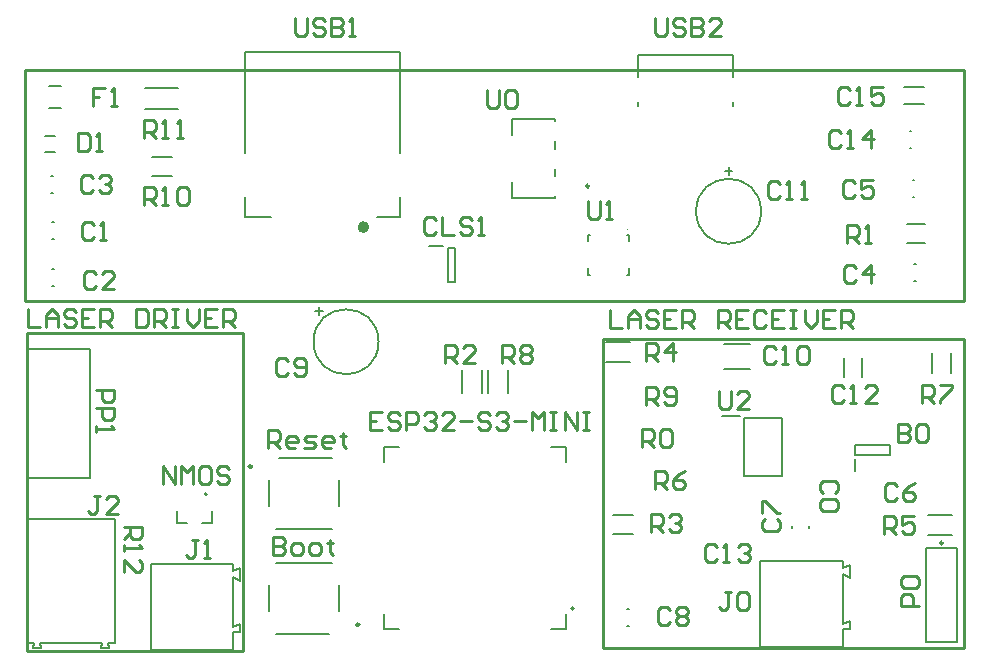
<source format=gbr>
G04*
G04 #@! TF.GenerationSoftware,Altium Limited,Altium Designer,25.8.1 (18)*
G04*
G04 Layer_Color=65535*
%FSLAX44Y44*%
%MOMM*%
G71*
G04*
G04 #@! TF.SameCoordinates,0AA87B99-36C4-491F-804F-3ED42A066D7D*
G04*
G04*
G04 #@! TF.FilePolarity,Positive*
G04*
G01*
G75*
%ADD10C,0.2500*%
%ADD11C,0.2000*%
%ADD12C,0.1000*%
%ADD13C,0.5000*%
%ADD14C,0.2540*%
%ADD15C,0.1270*%
D10*
X768550Y411120D02*
G03*
X768550Y411120I-1250J0D01*
G01*
X1054110Y648580D02*
G03*
X1054110Y648580I-1250J0D01*
G01*
X859550Y277220D02*
G03*
X859550Y277220I-1250J0D01*
G01*
X1353800Y346360D02*
G03*
X1353800Y346360I-1250J0D01*
G01*
D11*
X1041070Y291030D02*
G03*
X1041070Y291030I-1000J0D01*
G01*
X730590Y387570D02*
G03*
X728590Y387570I-1000J0D01*
G01*
D02*
G03*
X730590Y387570I1000J0D01*
G01*
X875860Y516730D02*
G03*
X875860Y516730I-27500J0D01*
G01*
X1199710Y627220D02*
G03*
X1199710Y627220I-27500J0D01*
G01*
X1168710Y493440D02*
X1190710D01*
X1168710Y514940D02*
X1190710D01*
X1270258Y486644D02*
Y503368D01*
X1284982Y486644D02*
Y503368D01*
X1279380Y407200D02*
Y417700D01*
X1279630Y421200D02*
X1308630D01*
Y429700D01*
X1279630D02*
X1308630D01*
X1279630Y421200D02*
Y429700D01*
X682830Y255830D02*
X752830D01*
X682830Y328830D02*
X752830D01*
X682830Y255830D02*
Y328830D01*
X752830Y255830D02*
Y270830D01*
X758830D01*
Y277630D01*
X752830Y275330D02*
X758820Y277654D01*
X752830Y322330D02*
Y328830D01*
X758830Y314630D02*
Y324930D01*
X752830Y322330D02*
X758822Y324948D01*
X752830Y317230D02*
X758822Y314612D01*
X752830Y275330D02*
Y317230D01*
X577850Y401320D02*
Y510540D01*
Y401320D02*
X631190D01*
X577850Y510540D02*
X631190D01*
Y401320D02*
Y510540D01*
X782800Y377350D02*
Y399620D01*
X789020Y358620D02*
X836580D01*
X842800Y377350D02*
Y399890D01*
X791800Y418620D02*
X836580D01*
X589290Y261750D02*
X641690D01*
X578490D02*
X584290D01*
X583540Y257750D02*
X590040D01*
X583540D02*
X584290Y261750D01*
X589290D02*
X590040Y257750D01*
X646690Y261750D02*
X652490D01*
X640940Y257750D02*
X641690Y261750D01*
X646690D02*
X647440Y257750D01*
X640940D02*
X647440D01*
X578490Y366750D02*
X652490D01*
Y261750D02*
Y366750D01*
X578490Y261750D02*
Y366750D01*
X946590Y472956D02*
Y493078D01*
X963590Y472956D02*
Y493078D01*
X1344477Y490167D02*
Y507166D01*
X1360550Y490220D02*
Y507220D01*
X1185420Y452500D02*
X1217420D01*
Y403480D02*
Y452500D01*
X1185420Y403480D02*
X1217420D01*
X1185420D02*
Y452500D01*
X1166670Y453790D02*
X1181920D01*
X1053610Y602050D02*
Y607550D01*
Y573550D02*
Y579050D01*
X1087610Y573550D02*
Y579050D01*
Y602050D02*
Y607550D01*
X1086010D02*
X1087610D01*
X1053610D02*
X1055210D01*
X1053610Y573550D02*
X1055210D01*
X1086010D02*
X1087610D01*
X726090Y363070D02*
X734590D01*
Y373570D01*
X705590Y363070D02*
X714090D01*
X705590D02*
Y373570D01*
X1175950Y716750D02*
Y719750D01*
Y740750D02*
Y759750D01*
X1095950Y740750D02*
Y759750D01*
X1175950D01*
X1095950Y716750D02*
Y719750D01*
X1086010Y290460D02*
X1087510D01*
X1086010Y275960D02*
X1087510D01*
X762390Y622350D02*
X784740D01*
X762390D02*
Y638890D01*
X874540Y622350D02*
X893690D01*
Y638890D01*
X762390Y676390D02*
Y762350D01*
X893690D01*
Y676390D02*
Y762350D01*
X1025610Y638330D02*
Y640330D01*
Y657330D02*
Y663330D01*
Y680330D02*
Y686330D01*
Y703330D02*
Y705330D01*
X988610D02*
X1025610D01*
X988610Y638330D02*
Y651830D01*
Y691830D02*
Y705330D01*
Y638330D02*
X1025610D01*
X918760Y597660D02*
X930760D01*
X934260Y567160D02*
Y596160D01*
Y567160D02*
X940260D01*
Y596160D01*
X934260D02*
X940260D01*
X596700Y732900D02*
X607200D01*
X596700Y714900D02*
X607200D01*
X599600Y603620D02*
X601100D01*
X599600Y618120D02*
X601100D01*
X599600Y564250D02*
X601100D01*
X599600Y578750D02*
X601100D01*
X598330Y642990D02*
X599830D01*
X598330Y657490D02*
X599830D01*
X678213Y731691D02*
X706333D01*
X678213Y713569D02*
X706333D01*
X684040Y657480D02*
X701040D01*
X683986Y673553D02*
X700987D01*
X593080Y691280D02*
X601580D01*
X593080Y677780D02*
X601580D01*
X1323100Y600080D02*
X1338600D01*
X1323100Y616580D02*
X1338600D01*
X1328030Y653680D02*
X1329530D01*
X1328030Y639180D02*
X1329530D01*
X1325490Y695590D02*
X1326990D01*
X1325490Y681090D02*
X1326990D01*
X1320790Y717670D02*
X1337790D01*
X1320790Y732670D02*
X1337790D01*
X1329300Y568060D02*
X1330800D01*
X1329300Y582560D02*
X1330800D01*
X1341220Y370450D02*
X1361340D01*
X1341220Y353450D02*
X1361340D01*
X1240420Y359020D02*
Y360520D01*
X1225920Y359020D02*
Y360520D01*
X1269160Y277870D02*
Y319770D01*
X1275152Y317152D01*
X1269160Y324870D02*
X1275152Y327488D01*
X1275160Y317170D02*
Y327470D01*
X1269160Y324870D02*
Y331370D01*
Y277870D02*
X1275151Y280194D01*
X1275160Y273370D02*
Y280170D01*
X1269160Y273370D02*
X1275160D01*
X1269160Y258370D02*
Y273370D01*
X1199160Y258370D02*
Y331370D01*
X1269160D01*
X1199160Y258370D02*
X1269160D01*
X1074367Y370023D02*
X1091367D01*
X1074420Y353950D02*
X1091420D01*
X1068587Y516500D02*
X1088708D01*
X1068587Y499500D02*
X1088708D01*
X968130Y472957D02*
Y493078D01*
X985130Y472957D02*
Y493078D01*
X842800Y288720D02*
Y310990D01*
X789020Y329720D02*
X836580D01*
X782800Y288450D02*
Y310990D01*
X789020Y269720D02*
X833800D01*
X1339100Y262660D02*
X1366000D01*
Y341860D01*
X1339100D02*
X1366000D01*
X1339100Y262660D02*
Y341860D01*
D12*
X1086510Y611550D02*
G03*
X1086510Y611550I-500J0D01*
G01*
X1149450Y692754D02*
G03*
X1149450Y692754I-500J0D01*
G01*
D13*
X865540Y613850D02*
G03*
X865540Y613850I-2500J0D01*
G01*
D14*
X577850Y255270D02*
X760730D01*
X577850Y524510D02*
X760730D01*
Y255270D02*
Y524510D01*
X577850Y255270D02*
Y524510D01*
X1065530Y257810D02*
X1371600D01*
X1065530Y519430D02*
X1371600D01*
Y257810D02*
Y519430D01*
X1065530Y257810D02*
Y519430D01*
X576580Y551180D02*
X1371600D01*
X576580Y746760D02*
X1371600D01*
Y551180D02*
Y746760D01*
X576580Y551180D02*
Y746760D01*
X1262378Y388619D02*
X1264918Y391158D01*
Y396237D01*
X1262378Y398776D01*
X1252222D01*
X1249682Y396237D01*
Y391158D01*
X1252222Y388619D01*
X1262378Y383541D02*
X1264918Y381002D01*
Y375923D01*
X1262378Y373384D01*
X1252222D01*
X1249682Y375923D01*
Y381002D01*
X1252222Y383541D01*
X1262378D01*
X1212613Y510538D02*
X1210074Y513078D01*
X1204996D01*
X1202456Y510538D01*
Y500382D01*
X1204996Y497842D01*
X1210074D01*
X1212613Y500382D01*
X1217691Y497842D02*
X1222770D01*
X1220231D01*
Y513078D01*
X1217691Y510538D01*
X1230387D02*
X1232926Y513078D01*
X1238005D01*
X1240544Y510538D01*
Y500382D01*
X1238005Y497842D01*
X1232926D01*
X1230387Y500382D01*
Y510538D01*
X1270003Y477518D02*
X1267464Y480057D01*
X1262385D01*
X1259846Y477518D01*
Y467362D01*
X1262385Y464823D01*
X1267464D01*
X1270003Y467362D01*
X1275081Y464823D02*
X1280160D01*
X1277620D01*
Y480057D01*
X1275081Y477518D01*
X1297934Y464823D02*
X1287777D01*
X1297934Y474979D01*
Y477518D01*
X1295395Y480057D01*
X1290316D01*
X1287777Y477518D01*
X1315724Y447038D02*
Y431802D01*
X1323342D01*
X1325881Y434342D01*
Y436881D01*
X1323342Y439420D01*
X1315724D01*
X1323342D01*
X1325881Y441959D01*
Y444498D01*
X1323342Y447038D01*
X1315724D01*
X1330959Y444498D02*
X1333498Y447038D01*
X1338577D01*
X1341116Y444498D01*
Y434342D01*
X1338577Y431802D01*
X1333498D01*
X1330959Y434342D01*
Y444498D01*
X1071880Y543555D02*
Y528320D01*
X1082037D01*
X1087115D02*
Y538477D01*
X1092193Y543555D01*
X1097272Y538477D01*
Y528320D01*
Y535938D01*
X1087115D01*
X1112507Y541016D02*
X1109968Y543555D01*
X1104889D01*
X1102350Y541016D01*
Y538477D01*
X1104889Y535938D01*
X1109968D01*
X1112507Y533398D01*
Y530859D01*
X1109968Y528320D01*
X1104889D01*
X1102350Y530859D01*
X1127742Y543555D02*
X1117585D01*
Y528320D01*
X1127742D01*
X1117585Y535938D02*
X1122664D01*
X1132820Y528320D02*
Y543555D01*
X1140438D01*
X1142977Y541016D01*
Y535938D01*
X1140438Y533398D01*
X1132820D01*
X1137899D02*
X1142977Y528320D01*
X1163290D02*
Y543555D01*
X1170908D01*
X1173447Y541016D01*
Y535938D01*
X1170908Y533398D01*
X1163290D01*
X1168369D02*
X1173447Y528320D01*
X1188682Y543555D02*
X1178525D01*
Y528320D01*
X1188682D01*
X1178525Y535938D02*
X1183604D01*
X1203917Y541016D02*
X1201378Y543555D01*
X1196300D01*
X1193761Y541016D01*
Y530859D01*
X1196300Y528320D01*
X1201378D01*
X1203917Y530859D01*
X1219152Y543555D02*
X1208996D01*
Y528320D01*
X1219152D01*
X1208996Y535938D02*
X1214074D01*
X1224231Y543555D02*
X1229309D01*
X1226770D01*
Y528320D01*
X1224231D01*
X1229309D01*
X1236927Y543555D02*
Y533398D01*
X1242005Y528320D01*
X1247083Y533398D01*
Y543555D01*
X1262318D02*
X1252162D01*
Y528320D01*
X1262318D01*
X1252162Y535938D02*
X1257240D01*
X1267397Y528320D02*
Y543555D01*
X1275014D01*
X1277553Y541016D01*
Y535938D01*
X1275014Y533398D01*
X1267397D01*
X1272475D02*
X1277553Y528320D01*
X579120Y544825D02*
Y529590D01*
X589277D01*
X594355D02*
Y539747D01*
X599433Y544825D01*
X604512Y539747D01*
Y529590D01*
Y537207D01*
X594355D01*
X619747Y542286D02*
X617208Y544825D01*
X612129D01*
X609590Y542286D01*
Y539747D01*
X612129Y537207D01*
X617208D01*
X619747Y534668D01*
Y532129D01*
X617208Y529590D01*
X612129D01*
X609590Y532129D01*
X634982Y544825D02*
X624825D01*
Y529590D01*
X634982D01*
X624825Y537207D02*
X629904D01*
X640060Y529590D02*
Y544825D01*
X647678D01*
X650217Y542286D01*
Y537207D01*
X647678Y534668D01*
X640060D01*
X645139D02*
X650217Y529590D01*
X670530Y544825D02*
Y529590D01*
X678148D01*
X680687Y532129D01*
Y542286D01*
X678148Y544825D01*
X670530D01*
X685766Y529590D02*
Y544825D01*
X693383D01*
X695922Y542286D01*
Y537207D01*
X693383Y534668D01*
X685766D01*
X690844D02*
X695922Y529590D01*
X701001Y544825D02*
X706079D01*
X703540D01*
Y529590D01*
X701001D01*
X706079D01*
X713697Y544825D02*
Y534668D01*
X718775Y529590D01*
X723853Y534668D01*
Y544825D01*
X739088D02*
X728932D01*
Y529590D01*
X739088D01*
X728932Y537207D02*
X734010D01*
X744167Y529590D02*
Y544825D01*
X751784D01*
X754323Y542286D01*
Y537207D01*
X751784Y534668D01*
X744167D01*
X749245D02*
X754323Y529590D01*
X636273Y476244D02*
X651507D01*
Y468627D01*
X648968Y466087D01*
X643890D01*
X641351Y468627D01*
Y476244D01*
X636273Y461009D02*
X651507D01*
Y453392D01*
X648968Y450852D01*
X643890D01*
X641351Y453392D01*
Y461009D01*
X636273Y445774D02*
Y440696D01*
Y443235D01*
X651507D01*
X648968Y445774D01*
X967994Y730245D02*
Y717549D01*
X970533Y715010D01*
X975611D01*
X978151Y717549D01*
Y730245D01*
X983229Y727706D02*
X985768Y730245D01*
X990847D01*
X993386Y727706D01*
Y717549D01*
X990847Y715010D01*
X985768D01*
X983229Y717549D01*
Y727706D01*
X1102514Y463553D02*
Y478787D01*
X1110132D01*
X1112671Y476248D01*
Y471170D01*
X1110132Y468631D01*
X1102514D01*
X1107592D02*
X1112671Y463553D01*
X1117749Y466092D02*
X1120288Y463553D01*
X1125367D01*
X1127906Y466092D01*
Y476248D01*
X1125367Y478787D01*
X1120288D01*
X1117749Y476248D01*
Y473709D01*
X1120288Y471170D01*
X1127906D01*
X1109984Y392433D02*
Y407668D01*
X1117602D01*
X1120141Y405128D01*
Y400050D01*
X1117602Y397511D01*
X1109984D01*
X1115062D02*
X1120141Y392433D01*
X1135376Y407668D02*
X1130297Y405128D01*
X1125219Y400050D01*
Y394972D01*
X1127758Y392433D01*
X1132837D01*
X1135376Y394972D01*
Y397511D01*
X1132837Y400050D01*
X1125219D01*
X1303877Y354333D02*
Y369567D01*
X1311495D01*
X1314034Y367028D01*
Y361950D01*
X1311495Y359411D01*
X1303877D01*
X1308955D02*
X1314034Y354333D01*
X1329269Y369567D02*
X1319112D01*
Y361950D01*
X1324191Y364489D01*
X1326730D01*
X1329269Y361950D01*
Y356872D01*
X1326730Y354333D01*
X1321651D01*
X1319112Y356872D01*
X1101928Y500382D02*
Y515617D01*
X1109546D01*
X1112085Y513078D01*
Y508000D01*
X1109546Y505461D01*
X1101928D01*
X1107007D02*
X1112085Y500382D01*
X1124781D02*
Y515617D01*
X1117163Y508000D01*
X1127320D01*
X1106664Y355602D02*
Y370838D01*
X1114282D01*
X1116821Y368298D01*
Y363220D01*
X1114282Y360681D01*
X1106664D01*
X1111743D02*
X1116821Y355602D01*
X1121899Y368298D02*
X1124439Y370838D01*
X1129517D01*
X1132056Y368298D01*
Y365759D01*
X1129517Y363220D01*
X1126978D01*
X1129517D01*
X1132056Y360681D01*
Y358142D01*
X1129517Y355602D01*
X1124439D01*
X1121899Y358142D01*
X1098554Y427993D02*
Y443228D01*
X1106172D01*
X1108711Y440688D01*
Y435610D01*
X1106172Y433071D01*
X1098554D01*
X1103633D02*
X1108711Y427993D01*
X1113789Y440688D02*
X1116328Y443228D01*
X1121407D01*
X1123946Y440688D01*
Y430532D01*
X1121407Y427993D01*
X1116328D01*
X1113789Y430532D01*
Y440688D01*
X1314451Y394968D02*
X1311912Y397508D01*
X1306833D01*
X1304294Y394968D01*
Y384812D01*
X1306833Y382272D01*
X1311912D01*
X1314451Y384812D01*
X1329686Y397508D02*
X1324608Y394968D01*
X1319529Y389890D01*
Y384812D01*
X1322068Y382272D01*
X1327147D01*
X1329686Y384812D01*
Y387351D01*
X1327147Y389890D01*
X1319529D01*
X1052830Y635503D02*
Y622807D01*
X1055369Y620268D01*
X1060447D01*
X1062987Y622807D01*
Y635503D01*
X1068065Y620268D02*
X1073143D01*
X1070604D01*
Y635503D01*
X1068065Y632964D01*
X1122681Y289558D02*
X1120142Y292097D01*
X1115063D01*
X1112524Y289558D01*
Y279402D01*
X1115063Y276863D01*
X1120142D01*
X1122681Y279402D01*
X1127759Y289558D02*
X1130298Y292097D01*
X1135377D01*
X1137916Y289558D01*
Y287019D01*
X1135377Y284480D01*
X1137916Y281941D01*
Y279402D01*
X1135377Y276863D01*
X1130298D01*
X1127759Y279402D01*
Y281941D01*
X1130298Y284480D01*
X1127759Y287019D01*
Y289558D01*
X1130298Y284480D02*
X1135377D01*
X1202692Y367031D02*
X1200153Y364492D01*
Y359413D01*
X1202692Y356874D01*
X1212848D01*
X1215387Y359413D01*
Y364492D01*
X1212848Y367031D01*
X1200153Y372109D02*
Y382266D01*
X1202692D01*
X1212848Y372109D01*
X1215387D01*
X1336044Y464823D02*
Y480057D01*
X1343662D01*
X1346201Y477518D01*
Y472440D01*
X1343662Y469901D01*
X1336044D01*
X1341122D02*
X1346201Y464823D01*
X1351279Y480057D02*
X1361436D01*
Y477518D01*
X1351279Y467362D01*
Y464823D01*
X1109989Y791208D02*
Y778512D01*
X1112528Y775973D01*
X1117607D01*
X1120146Y778512D01*
Y791208D01*
X1135381Y788668D02*
X1132842Y791208D01*
X1127763D01*
X1125224Y788668D01*
Y786129D01*
X1127763Y783590D01*
X1132842D01*
X1135381Y781051D01*
Y778512D01*
X1132842Y775973D01*
X1127763D01*
X1125224Y778512D01*
X1140459Y791208D02*
Y775973D01*
X1148077D01*
X1150616Y778512D01*
Y781051D01*
X1148077Y783590D01*
X1140459D01*
X1148077D01*
X1150616Y786129D01*
Y788668D01*
X1148077Y791208D01*
X1140459D01*
X1165851Y775973D02*
X1155694D01*
X1165851Y786129D01*
Y788668D01*
X1163312Y791208D01*
X1158233D01*
X1155694Y788668D01*
X805188Y791208D02*
Y778512D01*
X807727Y775973D01*
X812806D01*
X815345Y778512D01*
Y791208D01*
X830580Y788668D02*
X828041Y791208D01*
X822962D01*
X820423Y788668D01*
Y786129D01*
X822962Y783590D01*
X828041D01*
X830580Y781051D01*
Y778512D01*
X828041Y775973D01*
X822962D01*
X820423Y778512D01*
X835658Y791208D02*
Y775973D01*
X843276D01*
X845815Y778512D01*
Y781051D01*
X843276Y783590D01*
X835658D01*
X843276D01*
X845815Y786129D01*
Y788668D01*
X843276Y791208D01*
X835658D01*
X850893Y775973D02*
X855972D01*
X853433D01*
Y791208D01*
X850893Y788668D01*
X798831Y500058D02*
X796292Y502598D01*
X791213D01*
X788674Y500058D01*
Y489902D01*
X791213Y487362D01*
X796292D01*
X798831Y489902D01*
X803909D02*
X806448Y487362D01*
X811527D01*
X814066Y489902D01*
Y500058D01*
X811527Y502598D01*
X806448D01*
X803909Y500058D01*
Y497519D01*
X806448Y494980D01*
X814066D01*
X640081Y386077D02*
X635003D01*
X637542D01*
Y373382D01*
X635003Y370843D01*
X632463D01*
X629924Y373382D01*
X655316Y370843D02*
X645159D01*
X655316Y380999D01*
Y383538D01*
X652777Y386077D01*
X647698D01*
X645159Y383538D01*
X722630Y349248D02*
X717552D01*
X720091D01*
Y336552D01*
X717552Y334012D01*
X715013D01*
X712473Y336552D01*
X727708Y334012D02*
X732787D01*
X730248D01*
Y349248D01*
X727708Y346708D01*
X1174191Y304797D02*
X1169113D01*
X1171652D01*
Y292102D01*
X1169113Y289562D01*
X1166573D01*
X1164034Y292102D01*
X1179269Y302258D02*
X1181809Y304797D01*
X1186887D01*
X1189426Y302258D01*
Y292102D01*
X1186887Y289562D01*
X1181809D01*
X1179269Y292102D01*
Y302258D01*
X1162053Y342898D02*
X1159514Y345438D01*
X1154435D01*
X1151896Y342898D01*
Y332742D01*
X1154435Y330202D01*
X1159514D01*
X1162053Y332742D01*
X1167131Y330202D02*
X1172210D01*
X1169670D01*
Y345438D01*
X1167131Y342898D01*
X1179827D02*
X1182366Y345438D01*
X1187445D01*
X1189984Y342898D01*
Y340359D01*
X1187445Y337820D01*
X1184905D01*
X1187445D01*
X1189984Y335281D01*
Y332742D01*
X1187445Y330202D01*
X1182366D01*
X1179827Y332742D01*
X660403Y359644D02*
X675638D01*
Y352026D01*
X673098Y349487D01*
X668020D01*
X665481Y352026D01*
Y359644D01*
Y354565D02*
X660403Y349487D01*
Y344408D02*
Y339330D01*
Y341869D01*
X675638D01*
X673098Y344408D01*
X660403Y321556D02*
Y331713D01*
X670559Y321556D01*
X673098D01*
X675638Y324095D01*
Y329174D01*
X673098Y331713D01*
X676915Y689613D02*
Y704847D01*
X684533D01*
X687072Y702308D01*
Y697230D01*
X684533Y694691D01*
X676915D01*
X681994D02*
X687072Y689613D01*
X692150D02*
X697229D01*
X694690D01*
Y704847D01*
X692150Y702308D01*
X704846Y689613D02*
X709925D01*
X707385D01*
Y704847D01*
X704846Y702308D01*
X676916Y632463D02*
Y647698D01*
X684534D01*
X687073Y645158D01*
Y640080D01*
X684534Y637541D01*
X676916D01*
X681994D02*
X687073Y632463D01*
X692151D02*
X697230D01*
X694690D01*
Y647698D01*
X692151Y645158D01*
X704847D02*
X707386Y647698D01*
X712465D01*
X715004Y645158D01*
Y635002D01*
X712465Y632463D01*
X707386D01*
X704847Y635002D01*
Y645158D01*
X980444Y499113D02*
Y514347D01*
X988062D01*
X990601Y511808D01*
Y506730D01*
X988062Y504191D01*
X980444D01*
X985523D02*
X990601Y499113D01*
X995679Y511808D02*
X998218Y514347D01*
X1003297D01*
X1005836Y511808D01*
Y509269D01*
X1003297Y506730D01*
X1005836Y504191D01*
Y501652D01*
X1003297Y499113D01*
X998218D01*
X995679Y501652D01*
Y504191D01*
X998218Y506730D01*
X995679Y509269D01*
Y511808D01*
X998218Y506730D02*
X1003297D01*
X932184Y499113D02*
Y514347D01*
X939802D01*
X942341Y511808D01*
Y506730D01*
X939802Y504191D01*
X932184D01*
X937262D02*
X942341Y499113D01*
X957576D02*
X947419D01*
X957576Y509269D01*
Y511808D01*
X955037Y514347D01*
X949958D01*
X947419Y511808D01*
X1215392Y649918D02*
X1212853Y652458D01*
X1207775D01*
X1205235Y649918D01*
Y639762D01*
X1207775Y637222D01*
X1212853D01*
X1215392Y639762D01*
X1220470Y637222D02*
X1225549D01*
X1223010D01*
Y652458D01*
X1220470Y649918D01*
X1233166Y637222D02*
X1238245D01*
X1235705D01*
Y652458D01*
X1233166Y649918D01*
X1274683Y730248D02*
X1272144Y732787D01*
X1267066D01*
X1264526Y730248D01*
Y720092D01*
X1267066Y717552D01*
X1272144D01*
X1274683Y720092D01*
X1279761Y717552D02*
X1284840D01*
X1282301D01*
Y732787D01*
X1279761Y730248D01*
X1302614Y732787D02*
X1292457D01*
Y725170D01*
X1297536Y727709D01*
X1300075D01*
X1302614Y725170D01*
Y720092D01*
X1300075Y717552D01*
X1294996D01*
X1292457Y720092D01*
X643890Y731517D02*
X633733D01*
Y723900D01*
X638812D01*
X633733D01*
Y716283D01*
X648968D02*
X654047D01*
X651508D01*
Y731517D01*
X648968Y728978D01*
X621463Y693418D02*
Y678183D01*
X629081D01*
X631620Y680722D01*
Y690878D01*
X629081Y693418D01*
X621463D01*
X636698Y678183D02*
X641777D01*
X639238D01*
Y693418D01*
X636698Y690878D01*
X924565Y619758D02*
X922026Y622298D01*
X916947D01*
X914408Y619758D01*
Y609602D01*
X916947Y607062D01*
X922026D01*
X924565Y609602D01*
X929643Y622298D02*
Y607062D01*
X939800D01*
X955035Y619758D02*
X952496Y622298D01*
X947418D01*
X944878Y619758D01*
Y617219D01*
X947418Y614680D01*
X952496D01*
X955035Y612141D01*
Y609602D01*
X952496Y607062D01*
X947418D01*
X944878Y609602D01*
X960113Y607062D02*
X965192D01*
X962653D01*
Y622298D01*
X960113Y619758D01*
X1164213Y474851D02*
Y462155D01*
X1166752Y459616D01*
X1171831D01*
X1174370Y462155D01*
Y474851D01*
X1189605Y459616D02*
X1179448D01*
X1189605Y469772D01*
Y472311D01*
X1187066Y474851D01*
X1181987D01*
X1179448Y472311D01*
X782331Y426722D02*
Y441958D01*
X789948D01*
X792487Y439418D01*
Y434340D01*
X789948Y431801D01*
X782331D01*
X787409D02*
X792487Y426722D01*
X805183D02*
X800105D01*
X797566Y429262D01*
Y434340D01*
X800105Y436879D01*
X805183D01*
X807722Y434340D01*
Y431801D01*
X797566D01*
X812801Y426722D02*
X820418D01*
X822958Y429262D01*
X820418Y431801D01*
X815340D01*
X812801Y434340D01*
X815340Y436879D01*
X822958D01*
X835653Y426722D02*
X830575D01*
X828036Y429262D01*
Y434340D01*
X830575Y436879D01*
X835653D01*
X838193Y434340D01*
Y431801D01*
X828036D01*
X845810Y439418D02*
Y436879D01*
X843271D01*
X848349D01*
X845810D01*
Y429262D01*
X848349Y426722D01*
X1272543Y600713D02*
Y615947D01*
X1280161D01*
X1282700Y613408D01*
Y608330D01*
X1280161Y605791D01*
X1272543D01*
X1277622D02*
X1282700Y600713D01*
X1287778D02*
X1292857D01*
X1290318D01*
Y615947D01*
X1287778Y613408D01*
X1333497Y293374D02*
X1318262D01*
Y300992D01*
X1320802Y303531D01*
X1325880D01*
X1328419Y300992D01*
Y293374D01*
X1320802Y308609D02*
X1318262Y311148D01*
Y316227D01*
X1320802Y318766D01*
X1330958D01*
X1333497Y316227D01*
Y311148D01*
X1330958Y308609D01*
X1320802D01*
X693224Y395987D02*
Y411222D01*
X703381Y395987D01*
Y411222D01*
X708459Y395987D02*
Y411222D01*
X713537Y406144D01*
X718616Y411222D01*
Y395987D01*
X731312Y411222D02*
X726233D01*
X723694Y408683D01*
Y398527D01*
X726233Y395987D01*
X731312D01*
X733851Y398527D01*
Y408683D01*
X731312Y411222D01*
X749086Y408683D02*
X746547Y411222D01*
X741468D01*
X738929Y408683D01*
Y406144D01*
X741468Y403605D01*
X746547D01*
X749086Y401066D01*
Y398527D01*
X746547Y395987D01*
X741468D01*
X738929Y398527D01*
X878867Y457197D02*
X868710D01*
Y441963D01*
X878867D01*
X868710Y449580D02*
X873788D01*
X894102Y454658D02*
X891563Y457197D01*
X886484D01*
X883945Y454658D01*
Y452119D01*
X886484Y449580D01*
X891563D01*
X894102Y447041D01*
Y444502D01*
X891563Y441963D01*
X886484D01*
X883945Y444502D01*
X899180Y441963D02*
Y457197D01*
X906798D01*
X909337Y454658D01*
Y449580D01*
X906798Y447041D01*
X899180D01*
X914415Y454658D02*
X916954Y457197D01*
X922033D01*
X924572Y454658D01*
Y452119D01*
X922033Y449580D01*
X919494D01*
X922033D01*
X924572Y447041D01*
Y444502D01*
X922033Y441963D01*
X916954D01*
X914415Y444502D01*
X939807Y441963D02*
X929650D01*
X939807Y452119D01*
Y454658D01*
X937268Y457197D01*
X932189D01*
X929650Y454658D01*
X944885Y449580D02*
X955042D01*
X970277Y454658D02*
X967738Y457197D01*
X962660D01*
X960120Y454658D01*
Y452119D01*
X962660Y449580D01*
X967738D01*
X970277Y447041D01*
Y444502D01*
X967738Y441963D01*
X962660D01*
X960120Y444502D01*
X975356Y454658D02*
X977895Y457197D01*
X982973D01*
X985512Y454658D01*
Y452119D01*
X982973Y449580D01*
X980434D01*
X982973D01*
X985512Y447041D01*
Y444502D01*
X982973Y441963D01*
X977895D01*
X975356Y444502D01*
X990591Y449580D02*
X1000747D01*
X1005826Y441963D02*
Y457197D01*
X1010904Y452119D01*
X1015982Y457197D01*
Y441963D01*
X1021061Y457197D02*
X1026139D01*
X1023600D01*
Y441963D01*
X1021061D01*
X1026139D01*
X1033757D02*
Y457197D01*
X1043913Y441963D01*
Y457197D01*
X1048992D02*
X1054070D01*
X1051531D01*
Y441963D01*
X1048992D01*
X1054070D01*
X1267463Y693418D02*
X1264924Y695957D01*
X1259845D01*
X1257306Y693418D01*
Y683262D01*
X1259845Y680723D01*
X1264924D01*
X1267463Y683262D01*
X1272541Y680723D02*
X1277620D01*
X1275080D01*
Y695957D01*
X1272541Y693418D01*
X1292855Y680723D02*
Y695957D01*
X1285237Y688340D01*
X1295394D01*
X1278891Y651508D02*
X1276352Y654047D01*
X1271273D01*
X1268734Y651508D01*
Y641352D01*
X1271273Y638812D01*
X1276352D01*
X1278891Y641352D01*
X1294126Y654047D02*
X1283969D01*
Y646430D01*
X1289048Y648969D01*
X1291587D01*
X1294126Y646430D01*
Y641352D01*
X1291587Y638812D01*
X1286508D01*
X1283969Y641352D01*
X1280161Y579118D02*
X1277622Y581657D01*
X1272543D01*
X1270004Y579118D01*
Y568962D01*
X1272543Y566423D01*
X1277622D01*
X1280161Y568962D01*
X1292857Y566423D02*
Y581657D01*
X1285239Y574040D01*
X1295396D01*
X633731Y655318D02*
X631192Y657858D01*
X626113D01*
X623574Y655318D01*
Y645162D01*
X626113Y642623D01*
X631192D01*
X633731Y645162D01*
X638809Y655318D02*
X641348Y657858D01*
X646427D01*
X648966Y655318D01*
Y652779D01*
X646427Y650240D01*
X643887D01*
X646427D01*
X648966Y647701D01*
Y645162D01*
X646427Y642623D01*
X641348D01*
X638809Y645162D01*
X636271Y574038D02*
X633732Y576577D01*
X628653D01*
X626114Y574038D01*
Y563882D01*
X628653Y561343D01*
X633732D01*
X636271Y563882D01*
X651506Y561343D02*
X641349D01*
X651506Y571499D01*
Y574038D01*
X648967Y576577D01*
X643888D01*
X641349Y574038D01*
X635000Y615948D02*
X632461Y618488D01*
X627383D01*
X624843Y615948D01*
Y605792D01*
X627383Y603252D01*
X632461D01*
X635000Y605792D01*
X640078Y603252D02*
X645157D01*
X642618D01*
Y618488D01*
X640078Y615948D01*
X786138Y351787D02*
Y336553D01*
X793756D01*
X796295Y339092D01*
Y341631D01*
X793756Y344170D01*
X786138D01*
X793756D01*
X796295Y346709D01*
Y349248D01*
X793756Y351787D01*
X786138D01*
X803913Y336553D02*
X808991D01*
X811530Y339092D01*
Y344170D01*
X808991Y346709D01*
X803913D01*
X801373Y344170D01*
Y339092D01*
X803913Y336553D01*
X819148D02*
X824226D01*
X826765Y339092D01*
Y344170D01*
X824226Y346709D01*
X819148D01*
X816608Y344170D01*
Y339092D01*
X819148Y336553D01*
X834383Y349248D02*
Y346709D01*
X831843D01*
X836922D01*
X834383D01*
Y339092D01*
X836922Y336553D01*
D15*
X880370Y415230D02*
Y427730D01*
Y273330D02*
Y285830D01*
X1034770Y273330D02*
Y285830D01*
Y415230D02*
Y427730D01*
X880370Y273330D02*
X892870D01*
X1022270D02*
X1034770D01*
X1022270Y427730D02*
X1034770D01*
X880370D02*
X892870D01*
X825582Y539750D02*
Y546414D01*
X822249Y543082D02*
X828914D01*
X1172212Y657720D02*
Y664384D01*
X1168879Y661052D02*
X1175544D01*
M02*

</source>
